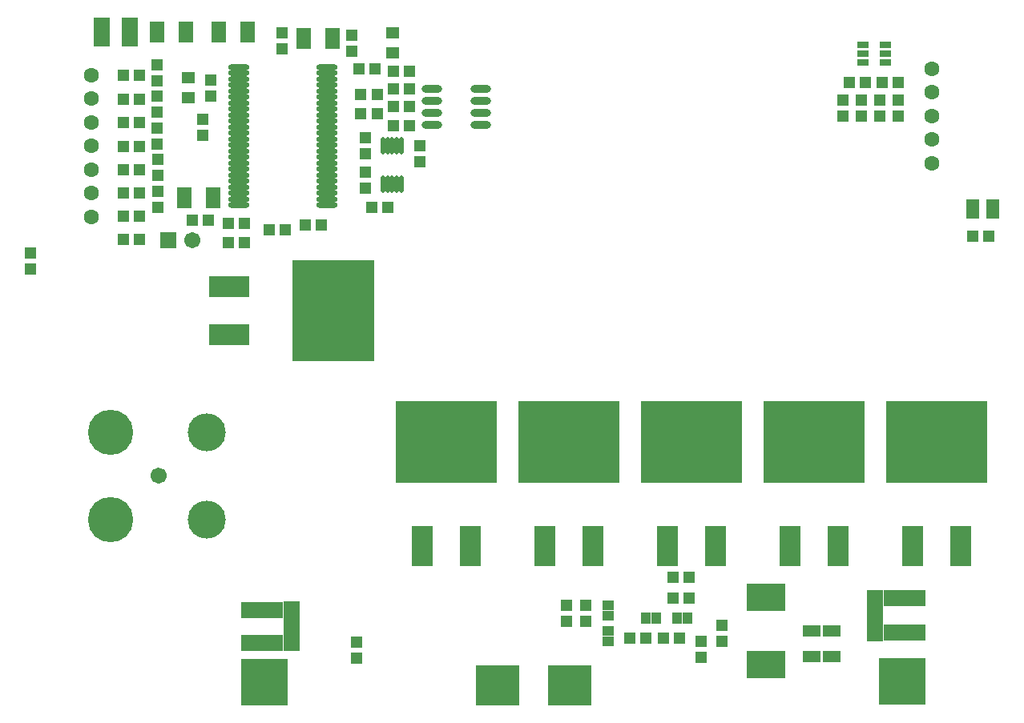
<source format=gts>
%FSAX24Y24*%
%MOIN*%
G70*
G01*
G75*
G04 Layer_Color=8388736*
%ADD10C,0.0150*%
%ADD11R,0.1535X0.1102*%
%ADD12R,0.0709X0.2087*%
%ADD13R,0.1772X0.0709*%
%ADD14R,0.1969X0.1969*%
%ADD15R,0.0709X0.2126*%
%ADD16R,0.0532X0.0807*%
%ADD17O,0.0768X0.0236*%
%ADD18R,0.0433X0.0236*%
%ADD19O,0.0118X0.0650*%
%ADD20O,0.0807X0.0157*%
%ADD21R,0.0492X0.0709*%
%ADD22R,0.0669X0.0433*%
%ADD23R,0.0472X0.0433*%
%ADD24R,0.0610X0.1161*%
%ADD25R,0.0394X0.0433*%
%ADD26R,0.0433X0.0394*%
%ADD27R,0.0394X0.0315*%
%ADD28R,0.0315X0.0394*%
%ADD29R,0.1575X0.0787*%
%ADD30R,0.3307X0.4154*%
%ADD31R,0.0787X0.1575*%
%ADD32R,0.4154X0.3307*%
%ADD33R,0.1732X0.1575*%
%ADD34C,0.0080*%
%ADD35C,0.0200*%
%ADD36C,0.0110*%
%ADD37C,0.0300*%
%ADD38C,0.0100*%
%ADD39C,0.0550*%
%ADD40R,0.0591X0.0591*%
%ADD41C,0.0591*%
%ADD42C,0.0670*%
%ADD43C,0.1500*%
%ADD44C,0.1800*%
%ADD45C,0.0240*%
%ADD46C,0.0320*%
%ADD47C,0.0315*%
%ADD48C,0.0098*%
%ADD49C,0.0236*%
%ADD50C,0.0039*%
%ADD51C,0.0079*%
%ADD52R,0.0039X0.0039*%
%ADD53R,0.0118X0.0039*%
%ADD54R,0.0079X0.0157*%
%ADD55R,0.0236X0.0039*%
%ADD56R,0.0315X0.0039*%
%ADD57R,0.1615X0.1182*%
%ADD58R,0.0612X0.0887*%
%ADD59O,0.0848X0.0316*%
%ADD60R,0.0513X0.0316*%
%ADD61O,0.0198X0.0730*%
%ADD62O,0.0887X0.0237*%
%ADD63R,0.0572X0.0789*%
%ADD64R,0.0749X0.0513*%
%ADD65R,0.0552X0.0513*%
%ADD66R,0.0690X0.1241*%
%ADD67R,0.0474X0.0513*%
%ADD68R,0.0513X0.0474*%
%ADD69R,0.0474X0.0395*%
%ADD70R,0.0395X0.0474*%
%ADD71R,0.1655X0.0867*%
%ADD72R,0.3387X0.4234*%
%ADD73R,0.0867X0.1655*%
%ADD74R,0.4234X0.3387*%
%ADD75R,0.1812X0.1655*%
%ADD76C,0.0630*%
%ADD77R,0.0671X0.0671*%
%ADD78C,0.0671*%
%ADD79C,0.1580*%
%ADD80C,0.1880*%
D12*
X031355Y020900D02*
D03*
D13*
X030115Y020211D02*
D03*
Y021588D02*
D03*
X056843Y022063D02*
D03*
Y020646D02*
D03*
D14*
X030213Y018577D02*
D03*
X056745Y018618D02*
D03*
D15*
X055603Y021354D02*
D03*
D42*
X025800Y027165D02*
D03*
D57*
X051090Y019302D02*
D03*
Y022098D02*
D03*
D58*
X025750Y045650D02*
D03*
X026950D02*
D03*
X028320D02*
D03*
X029520D02*
D03*
X026890Y038740D02*
D03*
X028090D02*
D03*
X033040Y045360D02*
D03*
X031840D02*
D03*
D59*
X039198Y041790D02*
D03*
Y042290D02*
D03*
Y042790D02*
D03*
Y043290D02*
D03*
X037190Y041790D02*
D03*
Y042290D02*
D03*
Y042790D02*
D03*
Y043290D02*
D03*
D60*
X055109Y044376D02*
D03*
Y044750D02*
D03*
Y045124D02*
D03*
X056054D02*
D03*
Y044750D02*
D03*
Y044376D02*
D03*
D61*
X035917Y040907D02*
D03*
X035721D02*
D03*
X035524D02*
D03*
X035327D02*
D03*
X035130D02*
D03*
X035917Y039293D02*
D03*
X035721D02*
D03*
X035524D02*
D03*
X035327D02*
D03*
X035130D02*
D03*
D62*
X032811Y038435D02*
D03*
Y038685D02*
D03*
Y038935D02*
D03*
Y039185D02*
D03*
Y039435D02*
D03*
Y039685D02*
D03*
Y039935D02*
D03*
Y040185D02*
D03*
Y040435D02*
D03*
Y040685D02*
D03*
Y040935D02*
D03*
Y041185D02*
D03*
Y041435D02*
D03*
Y041685D02*
D03*
Y041935D02*
D03*
Y042185D02*
D03*
Y042435D02*
D03*
Y042685D02*
D03*
Y042935D02*
D03*
Y043185D02*
D03*
Y043435D02*
D03*
Y043685D02*
D03*
Y043935D02*
D03*
Y044185D02*
D03*
X029129Y038435D02*
D03*
Y038685D02*
D03*
Y038935D02*
D03*
Y039185D02*
D03*
Y039435D02*
D03*
Y039685D02*
D03*
Y039935D02*
D03*
Y040185D02*
D03*
Y040435D02*
D03*
Y040685D02*
D03*
Y040935D02*
D03*
Y041185D02*
D03*
Y041435D02*
D03*
Y041685D02*
D03*
Y041935D02*
D03*
Y042185D02*
D03*
Y042435D02*
D03*
Y042685D02*
D03*
Y042935D02*
D03*
Y043185D02*
D03*
Y043435D02*
D03*
Y043685D02*
D03*
Y043935D02*
D03*
Y044185D02*
D03*
D63*
X059667Y038260D02*
D03*
X060513D02*
D03*
D64*
X052980Y019640D02*
D03*
Y020703D02*
D03*
X053810Y019640D02*
D03*
Y020703D02*
D03*
D65*
X027030Y042901D02*
D03*
Y043728D02*
D03*
X035530Y045598D02*
D03*
Y044771D02*
D03*
D66*
X024611Y045650D02*
D03*
X023449D02*
D03*
D67*
X056572Y042140D02*
D03*
Y042809D02*
D03*
X055045D02*
D03*
Y042140D02*
D03*
X055809Y042809D02*
D03*
Y042140D02*
D03*
X054282D02*
D03*
Y042809D02*
D03*
X033850Y044850D02*
D03*
Y045519D02*
D03*
X034394Y040561D02*
D03*
Y041230D02*
D03*
X030950Y045620D02*
D03*
Y044951D02*
D03*
X027990Y043649D02*
D03*
Y042980D02*
D03*
X027650Y041331D02*
D03*
Y042000D02*
D03*
X025760Y039019D02*
D03*
Y038350D02*
D03*
Y040334D02*
D03*
Y039665D02*
D03*
X025750Y041649D02*
D03*
Y040980D02*
D03*
Y042964D02*
D03*
Y042295D02*
D03*
Y044279D02*
D03*
Y043610D02*
D03*
X034394Y039151D02*
D03*
Y039820D02*
D03*
X049244Y020950D02*
D03*
Y020281D02*
D03*
X048364D02*
D03*
Y019612D02*
D03*
X036674Y040241D02*
D03*
Y040910D02*
D03*
X034050Y019581D02*
D03*
Y020250D02*
D03*
X020460Y036429D02*
D03*
Y035760D02*
D03*
X043560Y021120D02*
D03*
Y021789D02*
D03*
X042780D02*
D03*
Y021120D02*
D03*
D68*
X056572Y043550D02*
D03*
X055903D02*
D03*
X055201D02*
D03*
X054532D02*
D03*
X027201Y037800D02*
D03*
X027870D02*
D03*
X034134Y044100D02*
D03*
X034803D02*
D03*
X036244Y041750D02*
D03*
X035574D02*
D03*
X031089Y037410D02*
D03*
X030420D02*
D03*
X028720Y036870D02*
D03*
X029389D02*
D03*
X034893Y042250D02*
D03*
X034224D02*
D03*
X035574Y043290D02*
D03*
X036244D02*
D03*
X024340Y043850D02*
D03*
X025009D02*
D03*
Y042850D02*
D03*
X024340D02*
D03*
Y041870D02*
D03*
X025009D02*
D03*
Y040890D02*
D03*
X024340D02*
D03*
Y039910D02*
D03*
X025009D02*
D03*
Y038930D02*
D03*
X024340D02*
D03*
X035574Y042550D02*
D03*
X036244D02*
D03*
X025009Y037970D02*
D03*
X024340D02*
D03*
X029389Y037690D02*
D03*
X028720D02*
D03*
X034224Y043030D02*
D03*
X034893D02*
D03*
X031921Y037610D02*
D03*
X032590D02*
D03*
X034664Y038340D02*
D03*
X035334D02*
D03*
X025009Y037010D02*
D03*
X024340D02*
D03*
X035574Y044010D02*
D03*
X036244D02*
D03*
X060339Y037130D02*
D03*
X059670D02*
D03*
X046072Y020409D02*
D03*
X045403D02*
D03*
X047472D02*
D03*
X046803D02*
D03*
X047209Y022929D02*
D03*
X047878D02*
D03*
X047879Y022059D02*
D03*
X047210D02*
D03*
D69*
X044500Y020267D02*
D03*
Y020700D02*
D03*
Y021786D02*
D03*
Y021353D02*
D03*
D70*
X046091Y021250D02*
D03*
X046524D02*
D03*
X047823D02*
D03*
X047390D02*
D03*
D71*
X028735Y033040D02*
D03*
X028735Y035040D02*
D03*
D72*
X033065Y034040D02*
D03*
D73*
X046966Y024235D02*
D03*
X048966Y024235D02*
D03*
X038762D02*
D03*
X036762Y024235D02*
D03*
X052068D02*
D03*
X054068Y024235D02*
D03*
X043864D02*
D03*
X041864Y024235D02*
D03*
X057170D02*
D03*
X059170Y024235D02*
D03*
D74*
X047966Y028565D02*
D03*
X037762D02*
D03*
X053068D02*
D03*
X042864D02*
D03*
X058170D02*
D03*
D75*
X039924Y018430D02*
D03*
X042916D02*
D03*
D76*
X057970Y041166D02*
D03*
Y040181D02*
D03*
Y042150D02*
D03*
Y043134D02*
D03*
Y044119D02*
D03*
X023000Y037944D02*
D03*
Y038929D02*
D03*
Y039913D02*
D03*
Y040897D02*
D03*
Y041881D02*
D03*
Y043850D02*
D03*
Y042866D02*
D03*
D77*
X026220Y036990D02*
D03*
D78*
X027220D02*
D03*
D79*
X027800Y025350D02*
D03*
Y028980D02*
D03*
D80*
X023800Y025350D02*
D03*
Y028980D02*
D03*
M02*

</source>
